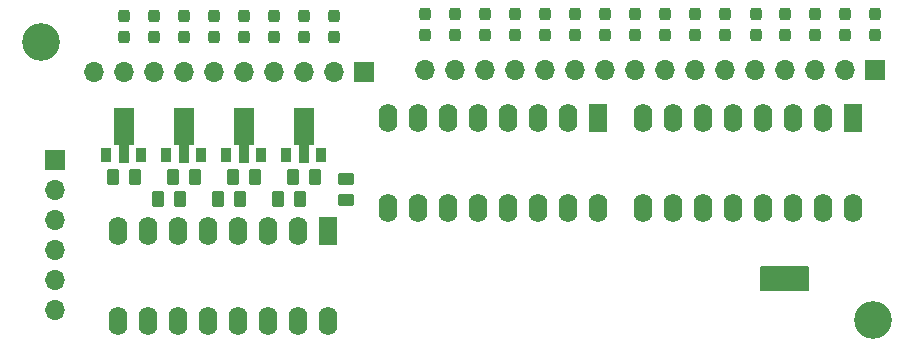
<source format=gts>
%TF.GenerationSoftware,KiCad,Pcbnew,7.0.1-3b83917a11~172~ubuntu22.10.1*%
%TF.CreationDate,2023-10-02T08:25:50+02:00*%
%TF.ProjectId,hall_sensor_matrix_v2,68616c6c-5f73-4656-9e73-6f725f6d6174,revA*%
%TF.SameCoordinates,Original*%
%TF.FileFunction,Soldermask,Top*%
%TF.FilePolarity,Negative*%
%FSLAX46Y46*%
G04 Gerber Fmt 4.6, Leading zero omitted, Abs format (unit mm)*
G04 Created by KiCad (PCBNEW 7.0.1-3b83917a11~172~ubuntu22.10.1) date 2023-10-02 08:25:50*
%MOMM*%
%LPD*%
G01*
G04 APERTURE LIST*
G04 Aperture macros list*
%AMRoundRect*
0 Rectangle with rounded corners*
0 $1 Rounding radius*
0 $2 $3 $4 $5 $6 $7 $8 $9 X,Y pos of 4 corners*
0 Add a 4 corners polygon primitive as box body*
4,1,4,$2,$3,$4,$5,$6,$7,$8,$9,$2,$3,0*
0 Add four circle primitives for the rounded corners*
1,1,$1+$1,$2,$3*
1,1,$1+$1,$4,$5*
1,1,$1+$1,$6,$7*
1,1,$1+$1,$8,$9*
0 Add four rect primitives between the rounded corners*
20,1,$1+$1,$2,$3,$4,$5,0*
20,1,$1+$1,$4,$5,$6,$7,0*
20,1,$1+$1,$6,$7,$8,$9,0*
20,1,$1+$1,$8,$9,$2,$3,0*%
%AMFreePoly0*
4,1,9,3.862500,-0.866500,0.737500,-0.866500,0.737500,-0.450000,-0.737500,-0.450000,-0.737500,0.450000,0.737500,0.450000,0.737500,0.866500,3.862500,0.866500,3.862500,-0.866500,3.862500,-0.866500,$1*%
G04 Aperture macros list end*
%ADD10C,0.150000*%
%ADD11C,3.200000*%
%ADD12RoundRect,0.237500X-0.237500X0.287500X-0.237500X-0.287500X0.237500X-0.287500X0.237500X0.287500X0*%
%ADD13RoundRect,0.237500X0.237500X-0.287500X0.237500X0.287500X-0.237500X0.287500X-0.237500X-0.287500X0*%
%ADD14R,1.600000X2.400000*%
%ADD15O,1.600000X2.400000*%
%ADD16RoundRect,0.250000X0.262500X0.450000X-0.262500X0.450000X-0.262500X-0.450000X0.262500X-0.450000X0*%
%ADD17R,0.900000X1.300000*%
%ADD18FreePoly0,90.000000*%
%ADD19RoundRect,0.250000X0.450000X-0.262500X0.450000X0.262500X-0.450000X0.262500X-0.450000X-0.262500X0*%
%ADD20R,1.700000X1.700000*%
%ADD21O,1.700000X1.700000*%
G04 APERTURE END LIST*
D10*
X102000000Y-82000000D02*
X106000000Y-82000000D01*
X106000000Y-84000000D01*
X102000000Y-84000000D01*
X102000000Y-82000000D01*
G36*
X102000000Y-82000000D02*
G01*
X106000000Y-82000000D01*
X106000000Y-84000000D01*
X102000000Y-84000000D01*
X102000000Y-82000000D01*
G37*
D11*
%TO.C,H2*%
X111500000Y-86500000D03*
%TD*%
%TO.C,H1*%
X41000000Y-63000000D03*
%TD*%
D12*
%TO.C,D4*%
X58193000Y-60800500D03*
X58193000Y-62550500D03*
%TD*%
D13*
%TO.C,D19*%
X86260000Y-62381000D03*
X86260000Y-60631000D03*
%TD*%
D12*
%TO.C,D2*%
X63273000Y-60800500D03*
X63273000Y-62550500D03*
%TD*%
%TO.C,D8*%
X48033000Y-60800500D03*
X48033000Y-62550500D03*
%TD*%
D14*
%TO.C,U1*%
X65305000Y-78947500D03*
D15*
X62765000Y-78947500D03*
X60225000Y-78947500D03*
X57685000Y-78947500D03*
X55145000Y-78947500D03*
X52605000Y-78947500D03*
X50065000Y-78947500D03*
X47525000Y-78947500D03*
X47525000Y-86567500D03*
X50065000Y-86567500D03*
X52605000Y-86567500D03*
X55145000Y-86567500D03*
X57685000Y-86567500D03*
X60225000Y-86567500D03*
X62765000Y-86567500D03*
X65305000Y-86567500D03*
%TD*%
D12*
%TO.C,D7*%
X50573000Y-60800500D03*
X50573000Y-62550500D03*
%TD*%
D13*
%TO.C,D15*%
X96420000Y-62381000D03*
X96420000Y-60631000D03*
%TD*%
D16*
%TO.C,R10*%
X57835500Y-76280500D03*
X56010500Y-76280500D03*
%TD*%
D13*
%TO.C,D23*%
X76100000Y-62381000D03*
X76100000Y-60631000D03*
%TD*%
%TO.C,D22*%
X78640000Y-62381000D03*
X78640000Y-60631000D03*
%TD*%
%TO.C,D20*%
X83720000Y-62381000D03*
X83720000Y-60631000D03*
%TD*%
%TO.C,D14*%
X98960000Y-62381000D03*
X98960000Y-60631000D03*
%TD*%
D17*
%TO.C,Q6*%
X51613000Y-72515500D03*
D18*
X53113000Y-72428000D03*
D17*
X54613000Y-72515500D03*
%TD*%
%TO.C,Q8*%
X46533000Y-72515500D03*
D18*
X48033000Y-72428000D03*
D17*
X49533000Y-72515500D03*
%TD*%
D13*
%TO.C,D11*%
X106580000Y-62381000D03*
X106580000Y-60631000D03*
%TD*%
D16*
%TO.C,R4*%
X64185500Y-74375500D03*
X62360500Y-74375500D03*
%TD*%
D13*
%TO.C,D21*%
X81180000Y-62381000D03*
X81180000Y-60631000D03*
%TD*%
D19*
%TO.C,R2*%
X66829000Y-76388500D03*
X66829000Y-74563500D03*
%TD*%
D20*
%TO.C,J3*%
X111660000Y-65316000D03*
D21*
X109120000Y-65316000D03*
X106580000Y-65316000D03*
X104040000Y-65316000D03*
X101500000Y-65316000D03*
X98960000Y-65316000D03*
X96420000Y-65316000D03*
X93880000Y-65316000D03*
X91340000Y-65316000D03*
X88800000Y-65316000D03*
X86260000Y-65316000D03*
X83720000Y-65316000D03*
X81180000Y-65316000D03*
X78640000Y-65316000D03*
X76100000Y-65316000D03*
X73560000Y-65316000D03*
%TD*%
D12*
%TO.C,D1*%
X65813000Y-60800500D03*
X65813000Y-62550500D03*
%TD*%
D14*
%TO.C,U3*%
X88150000Y-69380000D03*
D15*
X85610000Y-69380000D03*
X83070000Y-69380000D03*
X80530000Y-69380000D03*
X77990000Y-69380000D03*
X75450000Y-69380000D03*
X72910000Y-69380000D03*
X70370000Y-69380000D03*
X70370000Y-77000000D03*
X72910000Y-77000000D03*
X75450000Y-77000000D03*
X77990000Y-77000000D03*
X80530000Y-77000000D03*
X83070000Y-77000000D03*
X85610000Y-77000000D03*
X88150000Y-77000000D03*
%TD*%
D16*
%TO.C,R6*%
X62915500Y-76280500D03*
X61090500Y-76280500D03*
%TD*%
D12*
%TO.C,D6*%
X53113000Y-60800500D03*
X53113000Y-62550500D03*
%TD*%
D17*
%TO.C,Q2*%
X61773000Y-72515500D03*
D18*
X63273000Y-72428000D03*
D17*
X64773000Y-72515500D03*
%TD*%
D14*
%TO.C,U2*%
X109740000Y-69380000D03*
D15*
X107200000Y-69380000D03*
X104660000Y-69380000D03*
X102120000Y-69380000D03*
X99580000Y-69380000D03*
X97040000Y-69380000D03*
X94500000Y-69380000D03*
X91960000Y-69380000D03*
X91960000Y-77000000D03*
X94500000Y-77000000D03*
X97040000Y-77000000D03*
X99580000Y-77000000D03*
X102120000Y-77000000D03*
X104660000Y-77000000D03*
X107200000Y-77000000D03*
X109740000Y-77000000D03*
%TD*%
D16*
%TO.C,R8*%
X59105500Y-74375500D03*
X57280500Y-74375500D03*
%TD*%
D13*
%TO.C,D16*%
X93880000Y-62381000D03*
X93880000Y-60631000D03*
%TD*%
%TO.C,D18*%
X88800000Y-62381000D03*
X88800000Y-60631000D03*
%TD*%
D20*
%TO.C,J1*%
X42191000Y-72936000D03*
D21*
X42191000Y-75476000D03*
X42191000Y-78016000D03*
X42191000Y-80556000D03*
X42191000Y-83096000D03*
X42191000Y-85636000D03*
%TD*%
D13*
%TO.C,D24*%
X73525000Y-62381000D03*
X73525000Y-60631000D03*
%TD*%
D12*
%TO.C,D3*%
X60733000Y-60800500D03*
X60733000Y-62550500D03*
%TD*%
D13*
%TO.C,D13*%
X101550000Y-62381000D03*
X101550000Y-60631000D03*
%TD*%
D16*
%TO.C,R12*%
X54025500Y-74375500D03*
X52200500Y-74375500D03*
%TD*%
D12*
%TO.C,D5*%
X55653000Y-60800500D03*
X55653000Y-62550500D03*
%TD*%
D20*
%TO.C,J2*%
X68353000Y-65485500D03*
D21*
X65813000Y-65485500D03*
X63273000Y-65485500D03*
X60733000Y-65485500D03*
X58193000Y-65485500D03*
X55653000Y-65485500D03*
X53113000Y-65485500D03*
X50573000Y-65485500D03*
X48033000Y-65485500D03*
X45493000Y-65485500D03*
%TD*%
D13*
%TO.C,D9*%
X111660000Y-62381000D03*
X111660000Y-60631000D03*
%TD*%
D16*
%TO.C,R16*%
X48945500Y-74375500D03*
X47120500Y-74375500D03*
%TD*%
D13*
%TO.C,D10*%
X109120000Y-62381000D03*
X109120000Y-60631000D03*
%TD*%
%TO.C,D17*%
X91340000Y-62381000D03*
X91340000Y-60631000D03*
%TD*%
%TO.C,D12*%
X104040000Y-62381000D03*
X104040000Y-60631000D03*
%TD*%
D17*
%TO.C,Q4*%
X56693000Y-72515500D03*
D18*
X58193000Y-72428000D03*
D17*
X59693000Y-72515500D03*
%TD*%
D16*
%TO.C,R14*%
X52755500Y-76280500D03*
X50930500Y-76280500D03*
%TD*%
M02*

</source>
